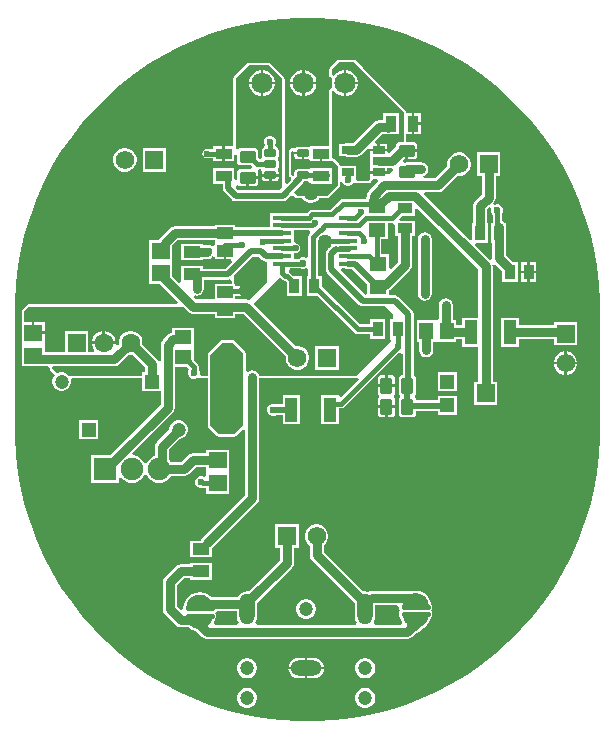
<source format=gbr>
G04*
G04 #@! TF.GenerationSoftware,Altium Limited,Altium Designer,25.4.2 (15)*
G04*
G04 Layer_Physical_Order=1*
G04 Layer_Color=255*
%FSLAX44Y44*%
%MOMM*%
G71*
G04*
G04 #@! TF.SameCoordinates,5F7C4320-E98A-453F-BBD9-352C29D146EE*
G04*
G04*
G04 #@! TF.FilePolarity,Positive*
G04*
G01*
G75*
%ADD13C,0.5080*%
%ADD15C,0.3810*%
%ADD16C,0.2540*%
G04:AMPARAMS|DCode=20|XSize=1.05mm|YSize=1.38mm|CornerRadius=0.1313mm|HoleSize=0mm|Usage=FLASHONLY|Rotation=0.000|XOffset=0mm|YOffset=0mm|HoleType=Round|Shape=RoundedRectangle|*
%AMROUNDEDRECTD20*
21,1,1.0500,1.1175,0,0,0.0*
21,1,0.7875,1.3800,0,0,0.0*
1,1,0.2625,0.3938,-0.5587*
1,1,0.2625,-0.3938,-0.5587*
1,1,0.2625,-0.3938,0.5587*
1,1,0.2625,0.3938,0.5587*
%
%ADD20ROUNDEDRECTD20*%
%ADD21R,1.5000X1.6000*%
%ADD22R,1.2000X1.2000*%
%ADD23R,0.9061X1.3098*%
%ADD24C,0.2540*%
%ADD25R,1.4500X1.1500*%
%ADD26R,1.4500X1.2000*%
%ADD27R,1.1500X1.4500*%
%ADD28R,0.8500X1.3000*%
%ADD29R,1.3000X0.8500*%
%ADD30R,1.5500X1.3500*%
%ADD31R,1.1000X2.0500*%
%ADD32R,1.5562X1.4546*%
%ADD33R,1.3500X1.0000*%
%ADD34R,1.3800X0.9200*%
G04:AMPARAMS|DCode=35|XSize=1.05mm|YSize=1.38mm|CornerRadius=0.1313mm|HoleSize=0mm|Usage=FLASHONLY|Rotation=270.000|XOffset=0mm|YOffset=0mm|HoleType=Round|Shape=RoundedRectangle|*
%AMROUNDEDRECTD35*
21,1,1.0500,1.1175,0,0,270.0*
21,1,0.7875,1.3800,0,0,270.0*
1,1,0.2625,-0.5587,-0.3938*
1,1,0.2625,-0.5587,0.3938*
1,1,0.2625,0.5587,0.3938*
1,1,0.2625,0.5587,-0.3938*
%
%ADD35ROUNDEDRECTD35*%
G04:AMPARAMS|DCode=36|XSize=0.6mm|YSize=1mm|CornerRadius=0.051mm|HoleSize=0mm|Usage=FLASHONLY|Rotation=90.000|XOffset=0mm|YOffset=0mm|HoleType=Round|Shape=RoundedRectangle|*
%AMROUNDEDRECTD36*
21,1,0.6000,0.8980,0,0,90.0*
21,1,0.4980,1.0000,0,0,90.0*
1,1,0.1020,0.4490,0.2490*
1,1,0.1020,0.4490,-0.2490*
1,1,0.1020,-0.4490,-0.2490*
1,1,0.1020,-0.4490,0.2490*
%
%ADD36ROUNDEDRECTD36*%
%ADD37R,1.0000X0.6600*%
%ADD38R,0.9500X1.4000*%
%ADD39R,1.4200X1.0000*%
%ADD44R,1.6000X0.3500*%
%ADD58C,1.9000*%
%ADD59R,1.9000X1.9000*%
%ADD60C,1.2000*%
%ADD71C,0.7620*%
%ADD72C,1.0160*%
%ADD73C,0.4572*%
%ADD74C,1.5750*%
%ADD75R,1.5750X1.5750*%
%ADD76C,1.8034*%
%ADD77R,1.5750X1.5750*%
%ADD78C,1.6000*%
%ADD79R,1.6000X1.6000*%
%ADD80O,2.6160X1.3080*%
%ADD81O,1.3080X2.6160*%
%ADD82C,0.6000*%
%ADD83C,3.4000*%
%ADD84C,1.2700*%
G36*
X24673Y550956D02*
X39549Y549150D01*
X54289Y546448D01*
X68839Y542862D01*
X83145Y538404D01*
X97157Y533090D01*
X110822Y526940D01*
X124090Y519976D01*
X136914Y512224D01*
X149247Y503711D01*
X161043Y494470D01*
X172260Y484533D01*
X182856Y473937D01*
X192793Y462720D01*
X202034Y450924D01*
X210547Y438591D01*
X218300Y425767D01*
X225263Y412499D01*
X231413Y398834D01*
X236727Y384822D01*
X241185Y370515D01*
X244772Y355966D01*
X247473Y341226D01*
X249279Y326350D01*
X250184Y311392D01*
Y303900D01*
X250184Y203900D01*
Y196407D01*
X249279Y181449D01*
X247473Y166573D01*
X244772Y151833D01*
X241185Y137284D01*
X236727Y122977D01*
X231413Y108966D01*
X225263Y95301D01*
X218299Y82032D01*
X210547Y69208D01*
X202034Y56875D01*
X192793Y45080D01*
X182856Y33863D01*
X172260Y23267D01*
X161043Y13330D01*
X149247Y4088D01*
X136915Y-4424D01*
X124090Y-12177D01*
X110822Y-19141D01*
X97157Y-25291D01*
X83145Y-30605D01*
X68839Y-35063D01*
X54289Y-38649D01*
X39549Y-41350D01*
X24673Y-43156D01*
X9715Y-44061D01*
X-5270D01*
X-20228Y-43156D01*
X-35104Y-41350D01*
X-49843Y-38649D01*
X-64393Y-35063D01*
X-78699Y-30605D01*
X-92711Y-25291D01*
X-106376Y-19141D01*
X-119645Y-12177D01*
X-132469Y-4425D01*
X-144802Y4088D01*
X-156597Y13329D01*
X-167814Y23266D01*
X-178410Y33863D01*
X-188347Y45079D01*
X-197589Y56876D01*
X-206101Y69208D01*
X-213854Y82032D01*
X-220818Y95301D01*
X-226968Y108966D01*
X-232282Y122977D01*
X-236740Y137284D01*
X-240326Y151833D01*
X-243027Y166573D01*
X-244833Y181449D01*
X-245738Y196407D01*
Y203900D01*
Y303900D01*
Y311392D01*
X-244833Y326350D01*
X-243027Y341226D01*
X-240326Y355966D01*
X-236740Y370515D01*
X-232282Y384822D01*
X-226968Y398834D01*
X-220818Y412499D01*
X-213854Y425767D01*
X-206101Y438591D01*
X-197589Y450924D01*
X-188347Y462719D01*
X-178410Y473936D01*
X-167814Y484532D01*
X-156597Y494470D01*
X-144801Y503711D01*
X-132469Y512224D01*
X-119644Y519976D01*
X-106376Y526940D01*
X-92711Y533090D01*
X-78700Y538404D01*
X-64393Y542862D01*
X-49843Y546448D01*
X-35104Y549150D01*
X-20228Y550956D01*
X-5270Y551861D01*
X9715D01*
X24673Y550956D01*
D02*
G37*
%LPC*%
G36*
X184Y507365D02*
X-254D01*
Y497332D01*
X9779D01*
Y497770D01*
X9026Y500581D01*
X7571Y503100D01*
X5514Y505157D01*
X2995Y506612D01*
X184Y507365D01*
D02*
G37*
G36*
X-2286D02*
X-2725D01*
X-5535Y506612D01*
X-8054Y505157D01*
X-10112Y503100D01*
X-11566Y500581D01*
X-12319Y497770D01*
Y497332D01*
X-2286D01*
Y507365D01*
D02*
G37*
G36*
X9779Y495300D02*
X-254D01*
Y485267D01*
X184D01*
X2995Y486020D01*
X5514Y487474D01*
X7571Y489532D01*
X9026Y492051D01*
X9779Y494861D01*
Y495300D01*
D02*
G37*
G36*
X-2286D02*
X-12319D01*
Y494861D01*
X-11566Y492051D01*
X-10112Y489532D01*
X-8054Y487474D01*
X-5535Y486020D01*
X-2725Y485267D01*
X-2286D01*
Y495300D01*
D02*
G37*
G36*
X98328Y471058D02*
X92562D01*
Y463042D01*
X98328D01*
Y471058D01*
D02*
G37*
G36*
Y461010D02*
X92562D01*
Y452994D01*
X98328D01*
Y461010D01*
D02*
G37*
G36*
X41656Y516168D02*
X41656Y516168D01*
X28956D01*
X28163Y516010D01*
X27491Y515561D01*
X27491Y515561D01*
X21141Y509211D01*
X20692Y508539D01*
X20534Y507746D01*
X20534Y507746D01*
Y503120D01*
X20561Y502986D01*
X20552Y502850D01*
X20639Y502593D01*
X20692Y502328D01*
X20768Y502214D01*
X20812Y502085D01*
X20990Y501881D01*
X21141Y501656D01*
X21255Y501580D01*
X21345Y501477D01*
X21588Y501357D01*
X21813Y501206D01*
X23273Y499784D01*
X22733Y497770D01*
Y494861D01*
X23273Y492847D01*
X21813Y491425D01*
X21588Y491275D01*
X21345Y491155D01*
X21255Y491052D01*
X21141Y490976D01*
X20990Y490751D01*
X20812Y490547D01*
X20768Y490418D01*
X20692Y490304D01*
X20639Y490038D01*
X20552Y489781D01*
X20561Y489645D01*
X20534Y489511D01*
Y443308D01*
X4784D01*
X4784Y443308D01*
X2752Y442316D01*
X2746Y442318D01*
X-6234D01*
X-7226Y442120D01*
X-8067Y441558D01*
X-8629Y440718D01*
X-10299Y441203D01*
X-10414Y441211D01*
X-10535Y441244D01*
X-10575Y441257D01*
X-10840Y441239D01*
X-11105Y441256D01*
X-11240Y441211D01*
X-11382Y441201D01*
X-11619Y441082D01*
X-11871Y440997D01*
X-12112Y440858D01*
X-12361Y440641D01*
X-12624Y440442D01*
X-13230Y439762D01*
X-13406Y439464D01*
X-13598Y439176D01*
X-13610Y439117D01*
X-13640Y439066D01*
X-13688Y438723D01*
X-13756Y438383D01*
Y418806D01*
X-13690Y418475D01*
X-13646Y418140D01*
X-13612Y418080D01*
X-13598Y418013D01*
X-13410Y417732D01*
X-13241Y417440D01*
X-13187Y417398D01*
X-13149Y417341D01*
X-12868Y417153D01*
X-12600Y416948D01*
X-12172Y416737D01*
X-11840Y414732D01*
X-15355Y411217D01*
X-17232Y411995D01*
Y500126D01*
X-17232Y500126D01*
X-17390Y500919D01*
X-17839Y501591D01*
X-17839Y501591D01*
X-29269Y513021D01*
X-29941Y513470D01*
X-30734Y513628D01*
X-30734Y513628D01*
X-47244D01*
X-47244Y513628D01*
X-48037Y513470D01*
X-48709Y513021D01*
X-60139Y501591D01*
X-60588Y500919D01*
X-60746Y500126D01*
X-60746Y500126D01*
Y478536D01*
Y443308D01*
X-67818D01*
Y436676D01*
Y430044D01*
X-59902D01*
Y435126D01*
X-57870Y436374D01*
X-57512Y436193D01*
Y430148D01*
X-57252Y428843D01*
X-56513Y427737D01*
X-55406Y426998D01*
X-54102Y426738D01*
X-45782D01*
X-44971Y425692D01*
X-45882Y423673D01*
X-54102D01*
X-55406Y423414D01*
X-56513Y422675D01*
X-57252Y421568D01*
X-57512Y420263D01*
Y414219D01*
X-57870Y414037D01*
X-59902Y415285D01*
Y424208D01*
X-77766D01*
Y410944D01*
X-69419D01*
Y407150D01*
X-69065Y405366D01*
X-68054Y403853D01*
X-61970Y397770D01*
X-60458Y396759D01*
X-58674Y396404D01*
X-18914D01*
X-17130Y396759D01*
X-15618Y397770D01*
X-12365Y401023D01*
X-9491Y401023D01*
X-8069Y399601D01*
X-7397Y399152D01*
X-6604Y398994D01*
X-6604Y398994D01*
X-2190D01*
X-1881Y398459D01*
X-321Y396898D01*
X1591Y395795D01*
X3722Y395224D01*
X5929D01*
X8061Y395795D01*
X9973Y396898D01*
X11533Y398459D01*
X11842Y398994D01*
X18796D01*
X18796Y398994D01*
X19589Y399152D01*
X20261Y399601D01*
X20261Y399601D01*
X29151Y408491D01*
X29600Y409163D01*
X29758Y409956D01*
X29758Y409956D01*
Y412354D01*
X31790Y412758D01*
X32310Y411502D01*
X33726Y410087D01*
X35575Y409321D01*
X37577D01*
X39426Y410087D01*
X40719Y411379D01*
X40719Y411380D01*
X41065Y411558D01*
X42370Y411886D01*
X43193Y411869D01*
X43220Y411852D01*
X43300Y411836D01*
X43372Y411796D01*
X43694Y411757D01*
X44012Y411694D01*
X54539D01*
X54857Y411757D01*
X55180Y411796D01*
X55252Y411836D01*
X55332Y411852D01*
X55602Y412032D01*
X55885Y412191D01*
X55936Y412255D01*
X56004Y412301D01*
X56185Y412571D01*
X56385Y412826D01*
X57240Y414504D01*
X57262Y414583D01*
X57308Y414651D01*
X57371Y414969D01*
X57459Y415282D01*
X59456Y415444D01*
X61247D01*
X62088Y413412D01*
X53954Y405278D01*
X52663Y403345D01*
X52209Y401066D01*
Y400048D01*
X51424D01*
Y398409D01*
X32445D01*
X30909Y398103D01*
X29606Y397233D01*
X21547Y389174D01*
X5917D01*
X4381Y388868D01*
X3078Y387998D01*
X1560Y386480D01*
X-19364D01*
X-20531Y386248D01*
X-29396D01*
Y374127D01*
X-58782D01*
Y376228D01*
X-76346D01*
Y375152D01*
X-110384D01*
X-110384Y375152D01*
X-112664Y374699D01*
X-114596Y373408D01*
X-122415Y365589D01*
X-123645Y363749D01*
X-131987D01*
Y345139D01*
Y326623D01*
X-122745D01*
X-107157Y311035D01*
X-107934Y309158D01*
X-233934Y309158D01*
X-234727Y309000D01*
X-235399Y308551D01*
X-235399Y308551D01*
X-238955Y304995D01*
X-238955Y304995D01*
X-239404Y304323D01*
X-239562Y303530D01*
X-239562Y303530D01*
Y293868D01*
X-239906D01*
Y276304D01*
X-239906D01*
Y274368D01*
X-239906D01*
Y256804D01*
X-227800D01*
X-227174Y256679D01*
X-217538D01*
X-216162Y254802D01*
X-216005Y254009D01*
X-215555Y253337D01*
X-211594Y249375D01*
X-212451Y248518D01*
X-213509Y246686D01*
X-214056Y244643D01*
Y242528D01*
X-213509Y240486D01*
X-212451Y238654D01*
X-210956Y237159D01*
X-209124Y236101D01*
X-207082Y235554D01*
X-204967D01*
X-202924Y236101D01*
X-201092Y237159D01*
X-199597Y238654D01*
X-198540Y240486D01*
X-197992Y242528D01*
Y244643D01*
X-198083Y244982D01*
X-196846Y246594D01*
X-137796D01*
Y235554D01*
X-122173D01*
Y223898D01*
X-164893Y181178D01*
X-180736D01*
Y158114D01*
X-157672D01*
Y162208D01*
X-155640Y162752D01*
X-155532Y162565D01*
X-153385Y160418D01*
X-150755Y158900D01*
X-147822Y158114D01*
X-144786D01*
X-141853Y158900D01*
X-139223Y160418D01*
X-137076Y162565D01*
X-135970Y164482D01*
X-135899Y164510D01*
X-133810D01*
X-133739Y164482D01*
X-132632Y162565D01*
X-130485Y160418D01*
X-127855Y158900D01*
X-124922Y158114D01*
X-121886D01*
X-118953Y158900D01*
X-116323Y160418D01*
X-114176Y162565D01*
X-113527Y163689D01*
X-102134D01*
X-99855Y164143D01*
X-97922Y165434D01*
X-92177Y171179D01*
X-83696D01*
Y168450D01*
X-83696Y168354D01*
Y166418D01*
X-83696Y166322D01*
Y164240D01*
X-83965Y163943D01*
X-85728Y163049D01*
X-86883Y163528D01*
X-88885D01*
X-90735Y162762D01*
X-92150Y161346D01*
X-92916Y159497D01*
Y157495D01*
X-92150Y155645D01*
X-90735Y154230D01*
X-88885Y153464D01*
X-86883D01*
X-86479Y153631D01*
X-86432Y153622D01*
X-83696D01*
Y148854D01*
X-64132D01*
Y166322D01*
X-64132Y166418D01*
Y168354D01*
X-64132Y168450D01*
Y185918D01*
X-83696D01*
Y183092D01*
X-94644D01*
X-96924Y182639D01*
X-98856Y181348D01*
X-104601Y175602D01*
X-113527D01*
X-114176Y176727D01*
X-115255Y177806D01*
Y186171D01*
X-106512Y194914D01*
X-105847D01*
X-103804Y195461D01*
X-101972Y196519D01*
X-100477Y198014D01*
X-99419Y199846D01*
X-98872Y201888D01*
Y204003D01*
X-99419Y206046D01*
X-100477Y207878D01*
X-101972Y209373D01*
X-103804Y210430D01*
X-105847Y210978D01*
X-107962D01*
X-110004Y210430D01*
X-111836Y209373D01*
X-113331Y207878D01*
X-114389Y206046D01*
X-114936Y204003D01*
Y203337D01*
X-125423Y192850D01*
X-126715Y190918D01*
X-127168Y188638D01*
Y180576D01*
X-127855Y180392D01*
X-130485Y178874D01*
X-132632Y176727D01*
X-133739Y174810D01*
X-133810Y174782D01*
X-135899D01*
X-135970Y174810D01*
X-137076Y176727D01*
X-139223Y178874D01*
X-141853Y180392D01*
X-144786Y181178D01*
X-145172D01*
X-146013Y183210D01*
X-112004Y217219D01*
X-112004Y217219D01*
X-110713Y219151D01*
X-110260Y221431D01*
Y256264D01*
X-99519D01*
X-97906Y254651D01*
X-98500Y254056D01*
X-99266Y252207D01*
Y250205D01*
X-98500Y248355D01*
X-97085Y246940D01*
X-95235Y246174D01*
X-93233D01*
X-91384Y246940D01*
X-89639Y247201D01*
X-89469Y247087D01*
X-89325Y246943D01*
X-89136Y246865D01*
X-88967Y246752D01*
X-88766Y246712D01*
X-88578Y246634D01*
X-88374D01*
X-88174Y246594D01*
X-82336D01*
Y206756D01*
X-82336Y206756D01*
X-82178Y205963D01*
X-81729Y205291D01*
X-81729Y205291D01*
X-74109Y197671D01*
X-74109Y197671D01*
X-73437Y197222D01*
X-72644Y197064D01*
X-72644Y197064D01*
X-59944D01*
X-59944Y197064D01*
X-59151Y197222D01*
X-58479Y197671D01*
X-52693Y203457D01*
X-50661Y202616D01*
Y147453D01*
X-86901Y111213D01*
X-88192Y109281D01*
X-88280Y108838D01*
X-92690D01*
X-93079Y108915D01*
X-93468Y108838D01*
X-97016D01*
Y105289D01*
X-97093Y104901D01*
X-97016Y104513D01*
Y94774D01*
X-78752D01*
Y102605D01*
X-78477Y102789D01*
X-40492Y140774D01*
X-39201Y142707D01*
X-38748Y144986D01*
Y246594D01*
X42926D01*
X43719Y246752D01*
X44391Y247201D01*
X44391Y247201D01*
X45742Y245728D01*
X30989Y230976D01*
X29112Y231754D01*
Y231992D01*
X14048D01*
Y207428D01*
X29112D01*
Y220859D01*
X30563D01*
X32099Y221164D01*
X33401Y222034D01*
X79131Y267764D01*
X79487D01*
X80614Y268231D01*
X82646Y267185D01*
Y249161D01*
X81533Y248939D01*
X80427Y248200D01*
X79688Y247094D01*
X79428Y245789D01*
Y234614D01*
X79688Y233309D01*
X80427Y232203D01*
Y230420D01*
X79688Y229314D01*
X79428Y228009D01*
Y216834D01*
X79688Y215529D01*
X80427Y214423D01*
X81533Y213683D01*
X82838Y213424D01*
X90713D01*
X92018Y213683D01*
X93124Y214423D01*
X93864Y215529D01*
X94123Y216834D01*
Y218389D01*
X112398D01*
Y215648D01*
X128462D01*
Y231712D01*
X112398D01*
Y227712D01*
X94123D01*
Y228009D01*
X93864Y229314D01*
X93124Y230420D01*
Y232203D01*
X93864Y233309D01*
X94123Y234614D01*
Y245789D01*
X93864Y247094D01*
X93124Y248200D01*
X92018Y248939D01*
X91969Y248949D01*
Y300804D01*
X91615Y302588D01*
X90604Y304100D01*
X79242Y315462D01*
X77730Y316472D01*
X75946Y316827D01*
X71258D01*
Y320953D01*
X72188Y321574D01*
X89048Y338434D01*
X90339Y340366D01*
X90792Y342646D01*
Y367234D01*
X93368D01*
Y379798D01*
X80200D01*
X79422Y381675D01*
X81981Y384234D01*
X93368D01*
Y389917D01*
X95245Y390695D01*
X146973Y338966D01*
Y297778D01*
X133194D01*
Y291452D01*
X128038D01*
Y296048D01*
X125082D01*
Y308356D01*
X124629Y310635D01*
X123338Y312568D01*
X121405Y313859D01*
X119126Y314312D01*
X116847Y313859D01*
X114914Y312568D01*
X113623Y310635D01*
X113169Y308356D01*
Y297832D01*
X112474Y296048D01*
X110538D01*
X110442Y296048D01*
X94974D01*
Y277484D01*
X96659D01*
Y270256D01*
X97113Y267976D01*
X98404Y266044D01*
X100337Y264753D01*
X102616Y264299D01*
X104895Y264753D01*
X106828Y266044D01*
X108119Y267976D01*
X108572Y270256D01*
Y277091D01*
X110538Y277484D01*
X112474D01*
X112570Y277484D01*
X128038D01*
Y279539D01*
X133194D01*
Y273214D01*
X146973D01*
Y243712D01*
X143398D01*
Y223648D01*
X162462D01*
Y243712D01*
X158886D01*
Y341433D01*
X158688Y342433D01*
X160560Y343434D01*
X167287Y336707D01*
Y327969D01*
X180412D01*
Y345131D01*
X175711D01*
X169927Y350914D01*
Y360989D01*
X170533D01*
Y378151D01*
X168658D01*
X168183Y378862D01*
X166993Y379657D01*
Y386173D01*
X167592Y387619D01*
Y389621D01*
X166826Y391470D01*
X165410Y392886D01*
X163561Y393652D01*
X161559D01*
X160792Y393334D01*
X159641Y395057D01*
X159768Y395184D01*
X161059Y397117D01*
X161513Y399396D01*
Y417829D01*
X165463D01*
Y437643D01*
X145649D01*
Y417829D01*
X149600D01*
Y401863D01*
X144237Y396501D01*
X142946Y394568D01*
X142493Y392289D01*
Y378151D01*
X141887D01*
Y363774D01*
X139855Y362932D01*
X100665Y402122D01*
X101443Y403999D01*
X112776D01*
X115055Y404453D01*
X116988Y405744D01*
X129110Y417867D01*
X129252Y417829D01*
X131860D01*
X134380Y418504D01*
X136639Y419808D01*
X138483Y421653D01*
X139788Y423912D01*
X140463Y426432D01*
Y429040D01*
X139788Y431560D01*
X138483Y433819D01*
X136639Y435663D01*
X134380Y436968D01*
X131860Y437643D01*
X129252D01*
X126732Y436968D01*
X124473Y435663D01*
X122628Y433819D01*
X121324Y431560D01*
X120649Y429040D01*
Y426432D01*
X120687Y426290D01*
X110309Y415912D01*
X100567D01*
X100367Y417944D01*
X100666Y418004D01*
X102599Y419295D01*
X103890Y421227D01*
X104343Y423507D01*
X103890Y425786D01*
X102599Y427719D01*
X100666Y429010D01*
X98387Y429463D01*
X86577D01*
X84297Y429010D01*
X84056Y429109D01*
X83398Y431574D01*
X83571Y431798D01*
X85090D01*
Y439146D01*
X86106D01*
Y440162D01*
X95103D01*
Y443083D01*
X94844Y444388D01*
X94105Y445494D01*
X92998Y446234D01*
X91693Y446493D01*
X85638D01*
Y452994D01*
X90530D01*
Y462026D01*
Y471058D01*
X85638D01*
Y472186D01*
X85480Y472979D01*
X85031Y473651D01*
X85031Y473651D01*
X49471Y509211D01*
X49471Y509211D01*
X43121Y515561D01*
X42449Y516010D01*
X41656Y516168D01*
D02*
G37*
G36*
X95103Y438130D02*
X87122D01*
Y431798D01*
X91693D01*
X92998Y432058D01*
X94105Y432797D01*
X94844Y433903D01*
X95103Y435208D01*
Y438130D01*
D02*
G37*
G36*
X-69850Y443308D02*
X-77766D01*
Y440665D01*
X-82779D01*
X-84315Y440359D01*
X-85618Y439489D01*
X-85642Y439464D01*
X-86513Y438162D01*
X-86818Y436626D01*
X-86513Y435090D01*
X-85642Y433787D01*
X-84340Y432917D01*
X-82804Y432612D01*
X-82678Y432637D01*
X-77766D01*
Y430044D01*
X-69850D01*
Y436676D01*
Y443308D01*
D02*
G37*
G36*
X-117547Y441283D02*
X-137361D01*
Y421469D01*
X-117547D01*
Y441283D01*
D02*
G37*
G36*
X-151150D02*
X-153759D01*
X-156278Y440608D01*
X-158537Y439303D01*
X-160382Y437459D01*
X-161686Y435200D01*
X-162361Y432680D01*
Y430071D01*
X-161686Y427552D01*
X-160382Y425293D01*
X-158537Y423448D01*
X-156278Y422144D01*
X-153759Y421469D01*
X-151150D01*
X-148630Y422144D01*
X-146371Y423448D01*
X-144527Y425293D01*
X-143222Y427552D01*
X-142547Y430071D01*
Y432680D01*
X-143222Y435200D01*
X-144527Y437459D01*
X-146371Y439303D01*
X-148630Y440608D01*
X-151150Y441283D01*
D02*
G37*
G36*
X195933Y345131D02*
X190387D01*
Y337566D01*
X195933D01*
Y345131D01*
D02*
G37*
G36*
X188355D02*
X182808D01*
Y337566D01*
X188355D01*
Y345131D01*
D02*
G37*
G36*
X195933Y335534D02*
X190387D01*
Y327969D01*
X195933D01*
Y335534D01*
D02*
G37*
G36*
X188355D02*
X182808D01*
Y327969D01*
X188355D01*
Y335534D01*
D02*
G37*
G36*
X101346Y370192D02*
X99066Y369739D01*
X97134Y368448D01*
X95843Y366515D01*
X95389Y364236D01*
Y318008D01*
X95843Y315728D01*
X97134Y313796D01*
X99066Y312505D01*
X101346Y312051D01*
X103625Y312505D01*
X105558Y313796D01*
X106849Y315728D01*
X107302Y318008D01*
Y364236D01*
X106849Y366515D01*
X105558Y368448D01*
X103625Y369739D01*
X101346Y370192D01*
D02*
G37*
G36*
X181258Y297778D02*
X166194D01*
Y273214D01*
X181258D01*
Y279539D01*
X210819D01*
Y274319D01*
X230633D01*
Y294133D01*
X210819D01*
Y291452D01*
X181258D01*
Y297778D01*
D02*
G37*
G36*
X222030Y269133D02*
X221742D01*
Y260242D01*
X230633D01*
Y260530D01*
X229958Y263050D01*
X228654Y265309D01*
X226809Y267153D01*
X224550Y268458D01*
X222030Y269133D01*
D02*
G37*
G36*
X219710D02*
X219422D01*
X216902Y268458D01*
X214643Y267153D01*
X212798Y265309D01*
X211494Y263050D01*
X210819Y260530D01*
Y260242D01*
X219710D01*
Y269133D01*
D02*
G37*
G36*
X230633Y258210D02*
X221742D01*
Y249319D01*
X222030D01*
X224550Y249994D01*
X226809Y251298D01*
X228654Y253143D01*
X229958Y255402D01*
X230633Y257921D01*
Y258210D01*
D02*
G37*
G36*
X219710D02*
X210819D01*
Y257921D01*
X211494Y255402D01*
X212798Y253143D01*
X214643Y251298D01*
X216902Y249994D01*
X219422Y249319D01*
X219710D01*
Y258210D01*
D02*
G37*
G36*
X72953Y249199D02*
X70032D01*
Y241217D01*
X76363D01*
Y245789D01*
X76104Y247094D01*
X75364Y248200D01*
X74258Y248939D01*
X72953Y249199D01*
D02*
G37*
G36*
X68000D02*
X65078D01*
X63773Y248939D01*
X62667Y248200D01*
X61928Y247094D01*
X61668Y245789D01*
Y241217D01*
X68000D01*
Y249199D01*
D02*
G37*
G36*
X128462Y251712D02*
X112398D01*
Y235648D01*
X128462D01*
Y251712D01*
D02*
G37*
G36*
X-3888Y231992D02*
X-18952D01*
Y224372D01*
X-24775D01*
X-25669Y224742D01*
X-27671D01*
X-29520Y223976D01*
X-30936Y222560D01*
X-31702Y220711D01*
Y218709D01*
X-30936Y216860D01*
X-29520Y215444D01*
X-27671Y214678D01*
X-25669D01*
X-24775Y215048D01*
X-18952D01*
Y207428D01*
X-3888D01*
Y231992D01*
D02*
G37*
G36*
X76363Y239185D02*
X61668D01*
Y234614D01*
X61928Y233309D01*
X62667Y232203D01*
Y230420D01*
X61928Y229314D01*
X61668Y228009D01*
Y223437D01*
X76363D01*
Y228009D01*
X76104Y229314D01*
X75364Y230420D01*
Y232203D01*
X76104Y233309D01*
X76363Y234614D01*
Y239185D01*
D02*
G37*
G36*
Y221405D02*
X70032D01*
Y213424D01*
X72953D01*
X74258Y213683D01*
X75364Y214423D01*
X76104Y215529D01*
X76363Y216834D01*
Y221405D01*
D02*
G37*
G36*
X68000D02*
X61668D01*
Y216834D01*
X61928Y215529D01*
X62667Y214423D01*
X63773Y213683D01*
X65078Y213424D01*
X68000D01*
Y221405D01*
D02*
G37*
G36*
X-175132Y210978D02*
X-191196D01*
Y194914D01*
X-175132D01*
Y210978D01*
D02*
G37*
G36*
X2135Y59516D02*
X-103D01*
X-2265Y58937D01*
X-4203Y57818D01*
X-5786Y56235D01*
X-6905Y54297D01*
X-7484Y52135D01*
Y49897D01*
X-6905Y47735D01*
X-5786Y45797D01*
X-4203Y44214D01*
X-2265Y43095D01*
X-103Y42516D01*
X2135D01*
X4297Y43095D01*
X6235Y44214D01*
X7818Y45797D01*
X8937Y47735D01*
X9516Y49897D01*
Y52135D01*
X8937Y54297D01*
X7818Y56235D01*
X6235Y57818D01*
X4297Y58937D01*
X2135Y59516D01*
D02*
G37*
G36*
X11210Y122683D02*
X8602D01*
X6082Y122008D01*
X3823Y120703D01*
X1978Y118859D01*
X674Y116600D01*
X-1Y114080D01*
Y111472D01*
X674Y108952D01*
X1978Y106693D01*
X3823Y104848D01*
X3949Y104775D01*
Y96526D01*
X4403Y94246D01*
X5694Y92314D01*
X42370Y55638D01*
Y44476D01*
X42665Y42238D01*
X43528Y40153D01*
X43889Y39682D01*
X42887Y37650D01*
X-40855D01*
X-41857Y39682D01*
X-41496Y40153D01*
X-40633Y42238D01*
X-40338Y44476D01*
Y56578D01*
X-10882Y86034D01*
X-9591Y87967D01*
X-9138Y90246D01*
Y102869D01*
X-5187D01*
Y122683D01*
X-25001D01*
Y102869D01*
X-21051D01*
Y92713D01*
X-47727Y66036D01*
X-48984Y66202D01*
X-51222Y65907D01*
X-53307Y65044D01*
X-55097Y63670D01*
X-56472Y61879D01*
X-56594Y61582D01*
X-78344D01*
X-80230Y61936D01*
X-82365Y63575D01*
X-85640Y64931D01*
X-89154Y65394D01*
X-92668Y64931D01*
X-95943Y63575D01*
X-98755Y61417D01*
X-100913Y58605D01*
X-102270Y55330D01*
X-102409Y54270D01*
X-103023Y53352D01*
X-103328Y51816D01*
X-103157Y50954D01*
X-105030Y49953D01*
X-108343Y53267D01*
Y71193D01*
X-102387Y77150D01*
X-97016D01*
Y76074D01*
X-78752D01*
Y90138D01*
X-97016D01*
Y89062D01*
X-104854D01*
X-107133Y88609D01*
X-109066Y87318D01*
X-118512Y77872D01*
X-119803Y75939D01*
X-120257Y73660D01*
Y50800D01*
X-119803Y48521D01*
X-118512Y46588D01*
X-109368Y37444D01*
X-107435Y36153D01*
X-105156Y35699D01*
X-105156Y35699D01*
X-98573D01*
X-98547Y35705D01*
X-95943Y33707D01*
X-94910Y33279D01*
X-94662Y33113D01*
X-94369Y33055D01*
X-92668Y32350D01*
X-91994Y32262D01*
X-87214Y27482D01*
X-87214Y27482D01*
X-85282Y26191D01*
X-83002Y25738D01*
X86304D01*
X88583Y26191D01*
X90516Y27482D01*
X92885Y29851D01*
X93302Y29906D01*
X95032Y30623D01*
X96517Y31763D01*
X98798Y34044D01*
X99048Y34369D01*
X100515Y34977D01*
X103327Y37135D01*
X105485Y39947D01*
X106841Y43222D01*
X106981Y44281D01*
X107594Y45200D01*
X107900Y46736D01*
X107594Y48272D01*
X107542Y48350D01*
X106869Y49911D01*
X107542Y51472D01*
X107594Y51550D01*
X107900Y53086D01*
X107594Y54622D01*
X106981Y55540D01*
X106841Y56600D01*
X105485Y59875D01*
X103327Y62687D01*
X100515Y64845D01*
X97240Y66201D01*
X93726Y66664D01*
X93713Y66662D01*
X56674D01*
X54395Y66209D01*
X53679Y65731D01*
X53254Y65907D01*
X51016Y66202D01*
X48928Y65927D01*
X15862Y98993D01*
Y104775D01*
X15989Y104848D01*
X17833Y106693D01*
X19138Y108952D01*
X19813Y111472D01*
Y114080D01*
X19138Y116600D01*
X17833Y118859D01*
X15989Y120703D01*
X13730Y122008D01*
X11210Y122683D01*
D02*
G37*
G36*
X7556Y9662D02*
X2032D01*
Y2032D01*
X16068D01*
X15907Y3254D01*
X15044Y5339D01*
X13670Y7130D01*
X11879Y8504D01*
X9794Y9367D01*
X7556Y9662D01*
D02*
G37*
G36*
X0D02*
X-5524D01*
X-7762Y9367D01*
X-9847Y8504D01*
X-11638Y7130D01*
X-13012Y5339D01*
X-13875Y3254D01*
X-14036Y2032D01*
X0D01*
Y9662D01*
D02*
G37*
G36*
X52135Y9516D02*
X49897D01*
X47735Y8937D01*
X45797Y7818D01*
X44214Y6235D01*
X43095Y4297D01*
X42516Y2135D01*
Y-103D01*
X43095Y-2265D01*
X44214Y-4203D01*
X45797Y-5786D01*
X47735Y-6905D01*
X49897Y-7484D01*
X52135D01*
X54297Y-6905D01*
X56235Y-5786D01*
X57818Y-4203D01*
X58937Y-2265D01*
X59516Y-103D01*
Y2135D01*
X58937Y4297D01*
X57818Y6235D01*
X56235Y7818D01*
X54297Y8937D01*
X52135Y9516D01*
D02*
G37*
G36*
X-47865D02*
X-50103D01*
X-52265Y8937D01*
X-54203Y7818D01*
X-55786Y6235D01*
X-56905Y4297D01*
X-57484Y2135D01*
Y-103D01*
X-56905Y-2265D01*
X-55786Y-4203D01*
X-54203Y-5786D01*
X-52265Y-6905D01*
X-50103Y-7484D01*
X-47865D01*
X-45703Y-6905D01*
X-43765Y-5786D01*
X-42182Y-4203D01*
X-41063Y-2265D01*
X-40484Y-103D01*
Y2135D01*
X-41063Y4297D01*
X-42182Y6235D01*
X-43765Y7818D01*
X-45703Y8937D01*
X-47865Y9516D01*
D02*
G37*
G36*
X16068Y0D02*
X2032D01*
Y-7630D01*
X7556D01*
X9794Y-7335D01*
X11879Y-6472D01*
X13670Y-5098D01*
X15044Y-3307D01*
X15907Y-1222D01*
X16068Y0D01*
D02*
G37*
G36*
X0D02*
X-14036D01*
X-13875Y-1222D01*
X-13012Y-3307D01*
X-11638Y-5098D01*
X-9847Y-6472D01*
X-7762Y-7335D01*
X-5524Y-7630D01*
X0D01*
Y0D01*
D02*
G37*
G36*
X52135Y-15484D02*
X49897D01*
X47735Y-16063D01*
X45797Y-17183D01*
X44214Y-18765D01*
X43095Y-20703D01*
X42516Y-22865D01*
Y-25103D01*
X43095Y-27265D01*
X44214Y-29203D01*
X45797Y-30786D01*
X47735Y-31905D01*
X49897Y-32484D01*
X52135D01*
X54297Y-31905D01*
X56235Y-30786D01*
X57818Y-29203D01*
X58937Y-27265D01*
X59516Y-25103D01*
Y-22865D01*
X58937Y-20703D01*
X57818Y-18765D01*
X56235Y-17183D01*
X54297Y-16063D01*
X52135Y-15484D01*
D02*
G37*
G36*
X-47865D02*
X-50103D01*
X-52265Y-16063D01*
X-54203Y-17183D01*
X-55786Y-18765D01*
X-56905Y-20703D01*
X-57484Y-22865D01*
Y-25103D01*
X-56905Y-27265D01*
X-55786Y-29203D01*
X-54203Y-30786D01*
X-52265Y-31905D01*
X-50103Y-32484D01*
X-47865D01*
X-45703Y-31905D01*
X-43765Y-30786D01*
X-42182Y-29203D01*
X-41063Y-27265D01*
X-40484Y-25103D01*
Y-22865D01*
X-41063Y-20703D01*
X-42182Y-18765D01*
X-43765Y-17183D01*
X-45703Y-16063D01*
X-47865Y-15484D01*
D02*
G37*
%LPD*%
G36*
X48006Y507746D02*
X83566Y472186D01*
X83566Y446493D01*
X80518D01*
X79214Y446234D01*
X78107Y445494D01*
X77368Y444388D01*
X77108Y443083D01*
Y442772D01*
X71490Y437154D01*
X69458Y437995D01*
Y438760D01*
X62426D01*
X55394D01*
Y434444D01*
Y424944D01*
Y421792D01*
X62426D01*
X69458D01*
Y424319D01*
X72136D01*
X73796Y424650D01*
X74797Y422777D01*
X71335Y419315D01*
X70262Y419760D01*
X62426D01*
X55394D01*
Y415444D01*
X54539Y413766D01*
X44012D01*
X43158Y415444D01*
Y426108D01*
X31743D01*
X29758Y426466D01*
X29600Y427259D01*
X29151Y427931D01*
X25145Y431936D01*
X24473Y432385D01*
X23680Y432543D01*
X22648Y434151D01*
Y443308D01*
X22606D01*
Y489511D01*
X24638Y490056D01*
X24941Y489532D01*
X26998Y487474D01*
X29517Y486020D01*
X32327Y485267D01*
X32766D01*
Y496316D01*
Y507365D01*
X32327D01*
X29517Y506612D01*
X26998Y505157D01*
X24941Y503100D01*
X24638Y502576D01*
X22606Y503120D01*
Y507746D01*
X28956Y514096D01*
X41656D01*
X48006Y507746D01*
D02*
G37*
G36*
X-19304Y500126D02*
Y408686D01*
X-22262Y405727D01*
X-56743D01*
X-58674Y407658D01*
Y409554D01*
X-56642Y410171D01*
X-56513Y409977D01*
X-55406Y409238D01*
X-54102Y408978D01*
X-49530D01*
Y416326D01*
X-48514D01*
Y417342D01*
X-39517D01*
Y420263D01*
X-39759Y421482D01*
X-38620Y423217D01*
X-37384Y423217D01*
X-36172Y421502D01*
X-36326Y420726D01*
Y419252D01*
X-29244D01*
X-22162D01*
Y420726D01*
X-22360Y421718D01*
X-22921Y422559D01*
Y423413D01*
X-22360Y424254D01*
X-22162Y425246D01*
Y430226D01*
X-22360Y431218D01*
X-22780Y432486D01*
X-22360Y433754D01*
X-22162Y434746D01*
Y439726D01*
X-22360Y440718D01*
X-22921Y441558D01*
X-23762Y442120D01*
X-24243Y442216D01*
X-24312Y442340D01*
X-24956Y443820D01*
X-25027Y444350D01*
X-24432Y445785D01*
Y447787D01*
X-25198Y449636D01*
X-26614Y451052D01*
X-28463Y451818D01*
X-30465D01*
X-32315Y451052D01*
X-33730Y449636D01*
X-34496Y447787D01*
Y445785D01*
X-33877Y444290D01*
X-33873Y444231D01*
X-34396Y442721D01*
X-34726Y442120D01*
X-35567Y441558D01*
X-36129Y440718D01*
X-36326Y439726D01*
Y434746D01*
X-36150Y433860D01*
X-37300Y432127D01*
X-37615Y432099D01*
X-39517Y433854D01*
Y438023D01*
X-39776Y439328D01*
X-40515Y440435D01*
X-41622Y441174D01*
X-42927Y441433D01*
X-54102D01*
X-55406Y441174D01*
X-56513Y440435D01*
X-56642Y440241D01*
X-58674Y440858D01*
Y478536D01*
Y500126D01*
X-47244Y511556D01*
X-30734D01*
X-19304Y500126D01*
D02*
G37*
G36*
X-9174Y438252D02*
X-1744D01*
Y437236D01*
X-728D01*
Y432154D01*
X2746D01*
X2752Y432155D01*
X4631Y430895D01*
X4784Y430645D01*
Y430044D01*
X12700D01*
Y436676D01*
X14732D01*
Y430044D01*
X22648D01*
Y430044D01*
X23680Y430471D01*
X27686Y426466D01*
X27686Y409956D01*
X18796Y401066D01*
X-6604D01*
X-9463Y403925D01*
X-1543Y411845D01*
X-668Y413154D01*
X2746D01*
X2752Y413155D01*
X4631Y411895D01*
X4784Y411645D01*
Y410944D01*
X22648D01*
Y417981D01*
X22810Y418796D01*
X22648Y419611D01*
Y424208D01*
X4784D01*
Y424208D01*
X2752Y423316D01*
X2746Y423318D01*
X-6234D01*
X-7226Y423120D01*
X-8067Y422559D01*
X-8629Y421718D01*
X-8826Y420726D01*
Y418440D01*
X-9652Y417805D01*
X-11684Y418806D01*
Y438383D01*
X-11078Y439063D01*
X-10836Y439202D01*
X-9174Y438252D01*
D02*
G37*
G36*
X-76346Y361228D02*
X-76346Y361228D01*
X-76346Y361228D01*
Y358878D01*
X-78378Y358036D01*
X-78684Y358342D01*
X-80533Y359108D01*
X-82360D01*
X-82936Y359222D01*
X-86372D01*
Y360298D01*
X-104636D01*
Y346234D01*
X-86372D01*
Y347310D01*
X-82936D01*
X-80657Y347763D01*
X-78725Y349054D01*
X-78378Y349573D01*
X-76346Y348956D01*
Y347164D01*
X-68580D01*
Y354196D01*
X-66548D01*
Y347164D01*
X-62145D01*
X-61367Y345286D01*
X-67426Y339228D01*
X-86372D01*
Y341598D01*
X-104636D01*
Y328235D01*
X-106569Y327295D01*
X-112361Y333087D01*
Y345139D01*
Y357332D01*
X-112247Y357907D01*
Y358910D01*
X-107917Y363240D01*
X-76395D01*
X-76346Y361228D01*
D02*
G37*
G36*
X4703Y369920D02*
X3990Y369206D01*
X3119Y367904D01*
X2814Y366368D01*
Y349568D01*
X2347Y349132D01*
X782Y348407D01*
X-523Y348948D01*
X-2525D01*
X-4374Y348182D01*
X-4921Y347635D01*
X-9332D01*
Y352527D01*
X-7949D01*
X-6413Y352832D01*
X-5111Y353702D01*
X-5036Y353777D01*
X-4166Y355080D01*
X-3860Y356616D01*
X-4166Y358152D01*
X-5036Y359454D01*
X-6338Y360324D01*
X-7874Y360630D01*
X-9332Y362090D01*
Y371952D01*
X3862D01*
X4703Y369920D01*
D02*
G37*
G36*
X157846Y390388D02*
X157528Y389621D01*
Y387619D01*
X158294Y385770D01*
X158965Y385099D01*
Y378151D01*
X157409D01*
Y360989D01*
X158014D01*
Y348447D01*
X158213Y347448D01*
X156341Y346447D01*
X143830Y358957D01*
X144672Y360989D01*
X155012D01*
Y378151D01*
X154406D01*
Y389822D01*
X156123Y391539D01*
X157846Y390388D01*
D02*
G37*
G36*
X76304Y376526D02*
Y367234D01*
X78879D01*
Y345113D01*
X73135Y339369D01*
X71258Y340146D01*
Y351628D01*
X64720D01*
Y363984D01*
X69988D01*
Y378065D01*
X74149D01*
X74272Y378089D01*
X76304Y376526D01*
D02*
G37*
G36*
X34852Y339159D02*
X36636Y338804D01*
X40175D01*
X52694Y326285D01*
Y318143D01*
X50662Y317372D01*
X30228Y337806D01*
X31005Y339684D01*
X34067D01*
X34852Y339159D01*
D02*
G37*
G36*
X-62856Y329598D02*
X-62016Y328948D01*
Y326578D01*
X-76346D01*
Y313162D01*
X-92437D01*
X-94038Y314764D01*
X-93037Y316637D01*
X-91694Y316369D01*
X-89415Y316823D01*
X-87482Y318114D01*
X-86191Y320046D01*
X-85738Y322326D01*
Y329905D01*
X-65495D01*
X-64048Y330192D01*
X-64007Y330200D01*
X-62856Y329598D01*
D02*
G37*
G36*
X-36270Y346669D02*
X-34758Y345659D01*
X-34462Y345600D01*
X-32974Y345304D01*
X-32004D01*
Y327406D01*
X-47059Y312351D01*
X-47595Y312709D01*
X-49874Y313162D01*
X-58782D01*
Y316436D01*
X-50390D01*
X-48854Y316742D01*
X-47551Y317612D01*
X-46647Y318516D01*
X-45777Y319818D01*
X-45472Y321354D01*
X-45777Y322890D01*
X-46647Y324193D01*
X-47950Y325063D01*
X-49486Y325368D01*
X-51022Y325063D01*
X-51918Y324464D01*
X-58782D01*
Y326578D01*
X-59944D01*
Y333524D01*
X-44473Y348996D01*
X-38596D01*
X-36270Y346669D01*
D02*
G37*
G36*
X12638Y362367D02*
X13142Y361898D01*
X13406Y360570D01*
X14277Y359268D01*
X15579Y358398D01*
X17115Y358092D01*
X18651Y358398D01*
X19137Y358149D01*
X19527Y355665D01*
X19044Y355182D01*
X18033Y353669D01*
X17678Y351885D01*
Y339102D01*
X18033Y337318D01*
X19044Y335806D01*
X45980Y308870D01*
X47492Y307859D01*
X49276Y307504D01*
X67908D01*
X74676Y300736D01*
Y296568D01*
X72204D01*
Y279504D01*
X72204D01*
X72661Y278401D01*
X42926Y248666D01*
X-39000D01*
X-39201Y249675D01*
X-40492Y251608D01*
X-42425Y252899D01*
X-44704Y253352D01*
X-46983Y252899D01*
X-48220Y252073D01*
X-50252Y252987D01*
Y267716D01*
X-50410Y268509D01*
X-50859Y269181D01*
X-50859Y269181D01*
X-59749Y278071D01*
X-59749Y278071D01*
X-60421Y278520D01*
X-61214Y278678D01*
X-61214Y278678D01*
X-70104Y278678D01*
X-70104Y278678D01*
X-70897Y278520D01*
X-71569Y278071D01*
X-71569Y278071D01*
X-81729Y267911D01*
X-82178Y267239D01*
X-82336Y266446D01*
X-82336Y266446D01*
Y248666D01*
X-88174D01*
X-89202Y250205D01*
Y252207D01*
X-89788Y253622D01*
Y256224D01*
X-90094Y257761D01*
X-90964Y259063D01*
X-93842Y261941D01*
Y271828D01*
X-93842D01*
Y273764D01*
X-93842D01*
X-93842Y273860D01*
Y289328D01*
X-112406D01*
Y285354D01*
X-113640Y285109D01*
X-115572Y283817D01*
X-120428Y278962D01*
X-121719Y277029D01*
X-122173Y274750D01*
Y261031D01*
X-124205Y260831D01*
X-124261Y261115D01*
X-125552Y263048D01*
X-137563Y275058D01*
X-137502Y275285D01*
Y277927D01*
X-138186Y280478D01*
X-139506Y282766D01*
X-141374Y284633D01*
X-143662Y285954D01*
X-146213Y286638D01*
X-148855D01*
X-151406Y285954D01*
X-153694Y284633D01*
X-155562Y282766D01*
X-156882Y280478D01*
X-157566Y277927D01*
Y275534D01*
X-158440Y274765D01*
X-159231Y274968D01*
X-160104Y275590D01*
X-170434D01*
X-180466D01*
Y275285D01*
X-179782Y272734D01*
X-178565Y270624D01*
X-178926Y269326D01*
X-179230Y268592D01*
X-183302D01*
Y286638D01*
X-203366D01*
Y268592D01*
X-220342D01*
Y274272D01*
X-220342Y274368D01*
X-220342D01*
Y276304D01*
X-220342D01*
Y284070D01*
X-230124D01*
Y285086D01*
X-231140D01*
Y293868D01*
X-237490D01*
Y303530D01*
X-233934Y307086D01*
X-233934D01*
X-233934Y307086D01*
X-233934Y307086D01*
X-103208Y307086D01*
X-99116Y302994D01*
X-97183Y301703D01*
X-94904Y301249D01*
X-76346D01*
Y297514D01*
X-58782D01*
Y301249D01*
X-52341D01*
X-16273Y265181D01*
X-16311Y265040D01*
Y262431D01*
X-15636Y259912D01*
X-14332Y257653D01*
X-12487Y255808D01*
X-10228Y254504D01*
X-7708Y253829D01*
X-5100D01*
X-2580Y254504D01*
X-321Y255808D01*
X1524Y257653D01*
X2828Y259912D01*
X3503Y262431D01*
Y265040D01*
X2828Y267560D01*
X1524Y269819D01*
X-321Y271663D01*
X-2580Y272967D01*
X-5100Y273643D01*
X-7708D01*
X-7849Y273605D01*
X-43652Y309408D01*
X-21205Y331855D01*
X-19508Y330158D01*
X-18206Y329288D01*
X-16692Y328987D01*
X-15426Y327721D01*
Y316334D01*
X-2862D01*
Y333398D01*
X-9749D01*
X-12186Y335835D01*
X-13489Y336705D01*
X-13717Y337465D01*
X-13674Y337757D01*
X-13024Y338926D01*
X-12297Y339607D01*
X-4270D01*
X-2525Y338884D01*
X-523D01*
X782Y339424D01*
X2347Y338699D01*
X2814Y338264D01*
Y333398D01*
X1574D01*
Y316334D01*
X10711D01*
X41847Y285197D01*
X43149Y284327D01*
X44686Y284022D01*
X55204D01*
Y279504D01*
X67768D01*
Y296568D01*
X55204D01*
Y292050D01*
X46348D01*
X14138Y324261D01*
Y333398D01*
X10842D01*
Y362931D01*
X11238Y363155D01*
X12638Y362367D01*
D02*
G37*
G36*
X-148855Y266574D02*
X-146213D01*
X-145986Y266635D01*
X-135721Y256369D01*
Y251618D01*
X-137796D01*
Y248666D01*
X-199745D01*
X-201092Y250013D01*
X-202924Y251070D01*
X-204967Y251618D01*
X-207082D01*
X-209124Y251070D01*
X-209907Y250618D01*
X-214090Y254802D01*
X-213313Y256679D01*
X-161504D01*
X-159225Y257133D01*
X-157292Y258424D01*
X-149081Y266635D01*
X-148855Y266574D01*
D02*
G37*
G36*
X-52324Y267716D02*
X-52324Y206756D01*
X-59944Y199136D01*
X-72644D01*
X-80264Y206756D01*
Y266446D01*
X-70104Y276606D01*
X-61214Y276606D01*
X-52324Y267716D01*
D02*
G37*
%LPC*%
G36*
X35236Y507365D02*
X34798D01*
Y497332D01*
X44831D01*
Y497770D01*
X44078Y500581D01*
X42623Y503100D01*
X40566Y505157D01*
X38047Y506612D01*
X35236Y507365D01*
D02*
G37*
G36*
X44831Y495300D02*
X34798D01*
Y485267D01*
X35236D01*
X38047Y486020D01*
X40566Y487474D01*
X42623Y489532D01*
X44078Y492051D01*
X44831Y494861D01*
Y495300D01*
D02*
G37*
G36*
X69458Y445108D02*
X63442D01*
Y440792D01*
X69458D01*
Y445108D01*
D02*
G37*
G36*
X79828Y471058D02*
X66264D01*
Y464792D01*
X62596D01*
X60316Y464339D01*
X58384Y463048D01*
X41069Y445732D01*
X36126D01*
X33846Y445279D01*
X33591Y445108D01*
X29094D01*
Y434444D01*
X33591D01*
X33846Y434273D01*
X36126Y433819D01*
X43536D01*
X45815Y434273D01*
X47748Y435564D01*
X53517Y441333D01*
X54823Y440792D01*
X61410D01*
Y445108D01*
X59947D01*
X59169Y446985D01*
X65063Y452879D01*
X72106D01*
X72681Y452994D01*
X79828D01*
Y471058D01*
D02*
G37*
G36*
X-34867Y507365D02*
X-35306D01*
Y497332D01*
X-25273D01*
Y497770D01*
X-26026Y500581D01*
X-27481Y503100D01*
X-29538Y505157D01*
X-32057Y506612D01*
X-34867Y507365D01*
D02*
G37*
G36*
X-37338D02*
X-37777D01*
X-40587Y506612D01*
X-43106Y505157D01*
X-45163Y503100D01*
X-46618Y500581D01*
X-47371Y497770D01*
Y497332D01*
X-37338D01*
Y507365D01*
D02*
G37*
G36*
X-25273Y495300D02*
X-35306D01*
Y485267D01*
X-34867D01*
X-32057Y486020D01*
X-29538Y487474D01*
X-27481Y489532D01*
X-26026Y492051D01*
X-25273Y494861D01*
Y495300D01*
D02*
G37*
G36*
X-37338D02*
X-47371D01*
Y494861D01*
X-46618Y492051D01*
X-45163Y489532D01*
X-43106Y487474D01*
X-40587Y486020D01*
X-37777Y485267D01*
X-37338D01*
Y495300D01*
D02*
G37*
G36*
X-22162Y417220D02*
X-28228D01*
Y413154D01*
X-24754D01*
X-23762Y413351D01*
X-22921Y413913D01*
X-22360Y414754D01*
X-22162Y415746D01*
Y417220D01*
D02*
G37*
G36*
X-30260D02*
X-36326D01*
Y415746D01*
X-36129Y414754D01*
X-35567Y413913D01*
X-34726Y413351D01*
X-33734Y413154D01*
X-30260D01*
Y417220D01*
D02*
G37*
G36*
X-39517Y415310D02*
X-47498D01*
Y408978D01*
X-42927D01*
X-41622Y409238D01*
X-40515Y409977D01*
X-39776Y411083D01*
X-39517Y412388D01*
Y415310D01*
D02*
G37*
G36*
X-2760Y436220D02*
X-8826D01*
Y434746D01*
X-8629Y433754D01*
X-8067Y432913D01*
X-7226Y432351D01*
X-6234Y432154D01*
X-2760D01*
Y436220D01*
D02*
G37*
G36*
X-40894Y345390D02*
X-42430Y345084D01*
X-43733Y344214D01*
X-44367Y343579D01*
X-45238Y342277D01*
X-45543Y340741D01*
X-45238Y339205D01*
X-44367Y337902D01*
X-43065Y337032D01*
X-41529Y336727D01*
X-39993Y337032D01*
X-38691Y337902D01*
X-38056Y338537D01*
X-37185Y339840D01*
X-36880Y341376D01*
X-37185Y342912D01*
X-38056Y344214D01*
X-39358Y345084D01*
X-40894Y345390D01*
D02*
G37*
G36*
X-220342Y293868D02*
X-229108D01*
Y286102D01*
X-220342D01*
Y293868D01*
D02*
G37*
G36*
X-169113Y286638D02*
X-169418D01*
Y277622D01*
X-160402D01*
Y277927D01*
X-161086Y280478D01*
X-162407Y282766D01*
X-164274Y284633D01*
X-166562Y285954D01*
X-169113Y286638D01*
D02*
G37*
G36*
X-171450D02*
X-171755D01*
X-174306Y285954D01*
X-176594Y284633D01*
X-178462Y282766D01*
X-179782Y280478D01*
X-180466Y277927D01*
Y277622D01*
X-171450D01*
Y286638D01*
D02*
G37*
G36*
X28503Y273643D02*
X8689D01*
Y253829D01*
X28503D01*
Y273643D01*
D02*
G37*
%LPD*%
G36*
X102616Y58166D02*
Y56896D01*
X103886Y55626D01*
Y53086D01*
X83566D01*
Y56896D01*
X88646Y61976D01*
X91186D01*
X92456Y63246D01*
X97536D01*
X102616Y58166D01*
D02*
G37*
G36*
X-80264Y56896D02*
Y55626D01*
X-78994Y54356D01*
Y51816D01*
X-99314D01*
Y55626D01*
X-94234Y60706D01*
X-91694D01*
X-90424Y61976D01*
X-85344D01*
X-80264Y56896D01*
D02*
G37*
G36*
X79552Y53086D02*
X79857Y51550D01*
X79910Y51472D01*
X80582Y49911D01*
X79910Y48350D01*
X79857Y48272D01*
X79552Y46736D01*
X79857Y45200D01*
X80471Y44281D01*
X80610Y43222D01*
X81967Y39947D01*
X82331Y39473D01*
X81432Y37650D01*
X59145D01*
X58142Y39682D01*
X58503Y40153D01*
X59367Y42238D01*
X59662Y44476D01*
Y54749D01*
X77811D01*
X79552Y53086D01*
D02*
G37*
G36*
X-57630Y44476D02*
X-57335Y42238D01*
X-56472Y40153D01*
X-56111Y39682D01*
X-57112Y37650D01*
X-75767D01*
X-76979Y39682D01*
X-76039Y41951D01*
X-75899Y43011D01*
X-75286Y43930D01*
X-74980Y45466D01*
X-75286Y47002D01*
X-75717Y47647D01*
X-74827Y49651D01*
X-74810Y49669D01*
X-57630D01*
Y44476D01*
D02*
G37*
G36*
X103886Y42926D02*
X98806Y37846D01*
X96266D01*
X94996Y36576D01*
X89916D01*
X84836Y41656D01*
Y42926D01*
X83566Y44196D01*
Y46736D01*
X103886D01*
Y42926D01*
D02*
G37*
G36*
X-78994Y41656D02*
X-84074Y36576D01*
X-86614D01*
X-87884Y35306D01*
X-92964D01*
X-98044Y40386D01*
Y41656D01*
X-99314Y42926D01*
Y45466D01*
X-78994D01*
Y41656D01*
D02*
G37*
D13*
X119801Y223051D02*
X120430Y223680D01*
X87405Y223051D02*
X119801D01*
X86776Y222421D02*
X87405Y223051D01*
X86776Y222421D02*
Y240201D01*
X85506D02*
X87308Y242004D01*
Y300804D01*
X-26670Y219710D02*
X-11420D01*
X-98573Y41656D02*
X-98396D01*
X-89154D01*
X-87884D01*
X57266Y327056D02*
Y328306D01*
Y327056D02*
X60726Y323596D01*
X63226D01*
X36636Y343466D02*
X42106D01*
X57266Y328306D01*
X75946Y312166D02*
X87308Y300804D01*
X49276Y312166D02*
X75946D01*
X22340Y339102D02*
X49276Y312166D01*
X22340Y351885D02*
X26742Y356288D01*
X22340Y339102D02*
Y351885D01*
X-74914Y177136D02*
X-73914D01*
X-123404Y169646D02*
X-121212Y171838D01*
X-64758Y407150D02*
Y414881D01*
X-58674Y401066D02*
X-18914D01*
X-64758Y407150D02*
X-58674Y401066D01*
X-67294Y369466D02*
X-19364D01*
X-48984Y51016D02*
Y51930D01*
X-52679Y55626D02*
X-48984Y51930D01*
X-95504Y334566D02*
X-65495D01*
X-45985Y354076D01*
X-32974Y349966D02*
X-19364D01*
X-37084Y354076D02*
X-32974Y349966D01*
X-45985Y354076D02*
X-37084D01*
X-18914Y401066D02*
X-4839Y415141D01*
D15*
X21580Y221278D02*
X25175Y224873D01*
X30563D02*
X78486Y272796D01*
X25175Y224873D02*
X30563D01*
X21580Y219710D02*
Y221278D01*
X83566Y46736D02*
X86106D01*
X83566D02*
X86106D01*
X83566D02*
X86106D01*
X83566D02*
X86106D01*
X-99314Y45466D02*
X-96774D01*
X-99314D02*
X-96774D01*
X-99314D02*
X-96774D01*
X-99314D02*
X-96774D01*
X86106Y46736D02*
X103886D01*
X-96774Y45466D02*
X-78994D01*
X162979Y375642D02*
X163971Y374650D01*
X162979Y375642D02*
Y388201D01*
X162560Y388620D02*
X162979Y388201D01*
X8297Y378223D02*
X8890D01*
X6040Y375966D02*
X8297Y378223D01*
X-19364Y375966D02*
X6040D01*
X12854Y372394D02*
X13676D01*
X7239Y325482D02*
X44686Y288036D01*
X6828Y366368D02*
X12854Y372394D01*
X58147Y394394D02*
X60686Y391856D01*
X5917Y385160D02*
X23210D01*
X3223Y382466D02*
X5917Y385160D01*
X-19364Y382466D02*
X3223D01*
X147179Y375920D02*
X148449Y374650D01*
X72136Y430276D02*
X72555Y430695D01*
X73455D01*
X36351Y414578D02*
Y420551D01*
Y414578D02*
X36576Y414353D01*
X6828Y325893D02*
X7856Y324866D01*
X6828Y325893D02*
Y366368D01*
X17115Y362107D02*
X17819Y362811D01*
X30541D01*
X30696Y362966D01*
X13676Y372394D02*
X17248Y375966D01*
X30696Y362966D02*
X36636D01*
X-230124Y265586D02*
X-227174Y262636D01*
X-94234Y251206D02*
Y251798D01*
X-101624Y264046D02*
X-93802Y256224D01*
X-94234Y251798D02*
X-93802Y252230D01*
Y256224D01*
X-82936Y353266D02*
X-82127Y354076D01*
X-81534D01*
X-35814Y361894D02*
X-35222D01*
X-34149Y362966D01*
X-19364D01*
X-95504Y334566D02*
X-94789D01*
X-91694Y331471D01*
X-124714Y336508D02*
X-124206D01*
X-50390Y320450D02*
X-49486Y321354D01*
X-67564Y319546D02*
X-66660Y320450D01*
X-50390D01*
X17248Y375966D02*
X36636D01*
X45838D01*
X51951Y382079D01*
X32445Y394394D02*
X58147D01*
X23210Y385160D02*
X32445Y394394D01*
X51951Y382079D02*
X74149D01*
X72106Y458836D02*
X73046Y459776D01*
X70201Y456931D02*
X72106Y458836D01*
X73046Y459776D02*
Y462026D01*
X98387Y423507D02*
X98806Y423926D01*
X83176Y420106D02*
X86577Y423507D01*
X189230Y336231D02*
X189387Y336074D01*
X86106Y46736D02*
X103886D01*
X83566Y53086D02*
X101346D01*
X83566D02*
X101346D01*
X103886D01*
X101346D02*
X103886D01*
X83566D02*
X103886D01*
X101346D02*
X103886D01*
X83566D02*
X101346D01*
X-96774Y45466D02*
X-78994D01*
X-99314Y51816D02*
X-81534D01*
X-99314D02*
X-81534D01*
X-78994D01*
X-81534D02*
X-78994D01*
X-81534D02*
X-78994D01*
X-99314D02*
X-78994D01*
X-99314D02*
X-81534D01*
X-68859Y436651D02*
X-68834Y436676D01*
X-82779Y436651D02*
X-68859D01*
X-82804Y436626D02*
X-82779Y436651D01*
X93726Y39116D02*
X98177D01*
X36126Y420776D02*
X36351Y420551D01*
X81916Y439156D02*
X83566D01*
X-29354Y437346D02*
X-29244Y437236D01*
X-29354Y437346D02*
Y446676D01*
X-29464Y446786D02*
X-29354Y446676D01*
X60706Y372016D02*
X61976Y373286D01*
X-89984Y101806D02*
X-87884D01*
X-93079Y104901D02*
X-89984Y101806D01*
X82586Y390516D02*
X84836D01*
X74149Y382079D02*
X82586Y390516D01*
X-103124Y264046D02*
X-101624D01*
X-82689Y104901D02*
Y107001D01*
X-85784Y101806D02*
X-82689Y104901D01*
X-87884Y101806D02*
X-85784D01*
X36636Y369466D02*
X36791Y369311D01*
X45609D01*
X49249Y365671D01*
Y363122D02*
Y365671D01*
Y363122D02*
X49668Y362703D01*
X-13424Y343466D02*
X-13269Y343621D01*
X-1819D02*
X-1524Y343916D01*
X-13269Y343621D02*
X-1819D01*
X-19439Y356541D02*
X-19364Y356466D01*
X-67564Y359156D02*
X-67504Y359096D01*
X-53654D01*
X-53594Y359036D01*
X-19364Y356466D02*
X-19289Y356541D01*
X-7949D01*
X-7874Y356616D01*
X52324Y56356D02*
X56674Y60706D01*
X51016Y56356D02*
X52324D01*
X51016Y51016D02*
Y56356D01*
X-1464Y418516D02*
X18516D01*
X18796Y418796D01*
X-1744Y418236D02*
X-1464Y418516D01*
X-4839Y415141D02*
Y417141D01*
X-3744Y418236D01*
X-1744D01*
X-48514Y434086D02*
X-46864D01*
X-40514Y427736D01*
X-29244D01*
X-106919Y202931D02*
X-105580Y204270D01*
X-9144Y324866D02*
Y327116D01*
X-15025Y332997D02*
X-9144Y327116D01*
X-16670Y332997D02*
X-15025D01*
X-19364Y335691D02*
X-16670Y332997D01*
X-19364Y335691D02*
Y343466D01*
X-13424D01*
X60706Y344866D02*
X61976Y343596D01*
X60706Y344866D02*
Y372016D01*
X60726Y343596D02*
X61976D01*
X54356Y349966D02*
X60726Y343596D01*
X36636Y349966D02*
X54356D01*
X101441Y285451D02*
X102756Y286766D01*
X219456Y285496D02*
X220726Y284226D01*
X120256Y286766D02*
X121526Y285496D01*
X36636Y382466D02*
X42576D01*
X78486Y272796D02*
Y288036D01*
X91366Y462206D02*
X91546Y462026D01*
X-86432Y157636D02*
X-73914D01*
X-87291Y158496D02*
X-86432Y157636D01*
X-87884Y158496D02*
X-87291D01*
X-41529Y340741D02*
X-40894Y341376D01*
X42576Y382466D02*
X47568Y387458D01*
X44686Y288036D02*
X61486D01*
X-67453Y417576D02*
X-64758Y414881D01*
X-68834Y417576D02*
X-67453D01*
D16*
X91445Y36835D02*
G03*
X103886Y46736I2281J9901D01*
G01*
X83566D02*
G03*
X91445Y36835I10160J0D01*
G01*
X83566Y46736D02*
G03*
X91445Y36835I10160J0D01*
G01*
D02*
G03*
X103886Y46736I2281J9901D01*
G01*
X83566D02*
G03*
X91445Y36835I10160J0D01*
G01*
X83566Y46736D02*
G03*
X91445Y36835I10160J0D01*
G01*
D02*
G03*
X103886Y46736I2281J9901D01*
G01*
X91445Y36835D02*
G03*
X103886Y46736I2281J9901D01*
G01*
X-86873Y35565D02*
G03*
X-78994Y45466I-2281J9901D01*
G01*
X-86873Y35565D02*
G03*
X-78994Y45466I-2281J9901D01*
G01*
X-86873Y35565D02*
G03*
X-78994Y45466I-2281J9901D01*
G01*
X-86873Y35565D02*
G03*
X-78994Y45466I-2281J9901D01*
G01*
X-87376Y35463D02*
G03*
X-86873Y35565I-1778J10003D01*
G01*
X-87376Y35463D02*
G03*
X-86873Y35565I-1778J10003D01*
G01*
X-87451Y35450D02*
G03*
X-86873Y35565I-1704J10016D01*
G01*
X-99314Y45466D02*
G03*
X-98573Y41656I10160J0D01*
G01*
X-99314Y45466D02*
G03*
X-98573Y41656I10160J0D01*
G01*
D02*
G03*
X-98396Y41246I9419J3810D01*
G01*
X-99314Y45466D02*
G03*
X-98573Y41656I10160J0D01*
G01*
X-99314Y45466D02*
G03*
X-98573Y41656I10160J0D01*
G01*
D02*
G03*
X-86873Y35565I9419J3810D01*
G01*
X-98573Y41656D02*
G03*
X-87451Y35450I9419J3810D01*
G01*
X-98573Y41656D02*
G03*
X-98396Y41246I9419J3810D01*
G01*
X87006Y60706D02*
G03*
X83566Y53086I6720J-7620D01*
G01*
X87006Y60706D02*
G03*
X83566Y53086I6720J-7620D01*
G01*
X103886D02*
G03*
X87006Y60706I-10160J0D01*
G01*
X103886Y53086D02*
G03*
X87006Y60706I-10160J0D01*
G01*
X103886Y53086D02*
G03*
X83566Y53086I-10160J0D01*
G01*
X103886D02*
G03*
X87006Y60706I-10160J0D01*
G01*
D02*
G03*
X83566Y53086I6720J-7620D01*
G01*
X-82434Y59436D02*
G03*
X-99314Y51816I-6720J-7620D01*
G01*
X-78994D02*
G03*
X-82434Y59436I-10160J0D01*
G01*
X-82434Y59436D02*
G03*
X-99314Y51816I-6720J-7620D01*
G01*
X-78994D02*
G03*
X-82434Y59436I-10160J0D01*
G01*
X-98396Y41246D02*
G03*
X-93374Y36223I9242J4220D01*
G01*
D02*
G03*
X-91412Y35560I4220J9242D01*
G01*
D02*
G03*
X-87451Y35450I2258J9906D01*
G01*
X-87451D02*
G03*
X-87376Y35463I-1704J10016D01*
G01*
X-87451Y35450D02*
G03*
X-87376Y35463I-1704J10016D01*
G01*
X-98396Y41246D02*
G03*
X-93374Y36223I9242J4220D01*
G01*
D02*
G03*
X-91412Y35560I4220J9242D01*
G01*
D02*
G03*
X-87451Y35450I2258J9906D01*
G01*
X-78994Y51816D02*
G03*
X-99314Y51816I-10160J0D01*
G01*
X-78994D02*
G03*
X-82434Y59436I-10160J0D01*
G01*
D02*
G03*
X-99314Y51816I-6720J-7620D01*
G01*
D20*
X69016Y240201D02*
D03*
X86776D02*
D03*
X69016Y222421D02*
D03*
X86776D02*
D03*
D21*
X152930Y233680D02*
D03*
D22*
X120430Y223680D02*
D03*
Y243680D02*
D03*
X-129764Y243586D02*
D03*
X-183164Y202946D02*
D03*
D23*
X163971Y369570D02*
D03*
X148449D02*
D03*
X173849Y336550D02*
D03*
X189371D02*
D03*
D24*
X93726Y39116D02*
D03*
Y60706D02*
D03*
X-89154Y59436D02*
D03*
Y37846D02*
D03*
D25*
X-103124Y264046D02*
D03*
Y281546D02*
D03*
D26*
X61976Y323596D02*
D03*
Y343596D02*
D03*
X60706Y372016D02*
D03*
Y392016D02*
D03*
D27*
X120256Y286766D02*
D03*
X102756D02*
D03*
D28*
X7856Y324866D02*
D03*
X-9144D02*
D03*
X78486Y288036D02*
D03*
X61486D02*
D03*
D29*
X84836Y390516D02*
D03*
Y373516D02*
D03*
D30*
X-73914Y157636D02*
D03*
Y177136D02*
D03*
X-230124Y265586D02*
D03*
Y285086D02*
D03*
D31*
X173726Y285496D02*
D03*
X140726D02*
D03*
X21580Y219710D02*
D03*
X-11420D02*
D03*
D32*
X-122174Y335928D02*
D03*
Y354444D02*
D03*
D33*
X-67564Y304546D02*
D03*
Y319546D02*
D03*
Y354196D02*
D03*
Y369196D02*
D03*
D34*
X13716Y436676D02*
D03*
Y417576D02*
D03*
X-68834Y436676D02*
D03*
Y417576D02*
D03*
D35*
X86106Y421386D02*
D03*
Y439146D02*
D03*
X-48514Y434086D02*
D03*
Y416326D02*
D03*
D36*
X-29244Y437236D02*
D03*
Y427736D02*
D03*
Y418236D02*
D03*
X-1744D02*
D03*
Y437236D02*
D03*
D37*
X62426Y420776D02*
D03*
Y430276D02*
D03*
Y439776D02*
D03*
X36126D02*
D03*
Y420776D02*
D03*
D38*
X91546Y462026D02*
D03*
X73046D02*
D03*
D39*
X-95504Y334566D02*
D03*
Y353266D02*
D03*
X-87884Y101806D02*
D03*
Y83106D02*
D03*
D44*
X-19364Y343466D02*
D03*
Y349966D02*
D03*
Y356466D02*
D03*
Y375966D02*
D03*
Y362966D02*
D03*
Y369466D02*
D03*
Y382466D02*
D03*
X36636Y343466D02*
D03*
Y349966D02*
D03*
Y356466D02*
D03*
Y362966D02*
D03*
Y382466D02*
D03*
Y369466D02*
D03*
Y375966D02*
D03*
D58*
X-146304Y169646D02*
D03*
X-123404D02*
D03*
D59*
X-169204D02*
D03*
D60*
X-206024Y243586D02*
D03*
X-106904Y202946D02*
D03*
X-48984Y-23984D02*
D03*
Y1016D02*
D03*
X1016Y51016D02*
D03*
X51016Y-23984D02*
D03*
Y1016D02*
D03*
D71*
X152930Y233680D02*
Y341433D01*
X93298Y401066D02*
X152930Y341433D01*
X-114300Y50800D02*
Y73660D01*
X-105156Y41656D02*
X-98573D01*
X-114300Y50800D02*
X-105156Y41656D01*
X86304Y31694D02*
X91445Y36835D01*
X-86873Y35565D02*
X-83002Y31694D01*
X-89154Y37846D02*
X-86873Y35565D01*
X-114300Y73660D02*
X-104854Y83106D01*
X148449Y374650D02*
Y392289D01*
X173849Y336550D02*
Y338569D01*
X163971Y348447D02*
X173849Y338569D01*
X163971Y348447D02*
Y374650D01*
X62426Y430276D02*
X72136D01*
X73455Y430695D02*
X81916Y439156D01*
X148449Y392289D02*
X155556Y399396D01*
Y427736D01*
X-116216Y221431D02*
Y274750D01*
X-163514Y175336D02*
X-162311D01*
X-116216Y221431D01*
Y274750D02*
X-111360Y279606D01*
X-105064D01*
X-169204Y169646D02*
X-163514Y175336D01*
X84836Y342646D02*
Y373516D01*
X64166Y325786D02*
X67976D01*
X84836Y342646D01*
X61976Y323596D02*
X64166Y325786D01*
X119126Y287896D02*
Y308356D01*
Y287896D02*
X120256Y286766D01*
X-123404Y169646D02*
X-102134D01*
X-94644Y177136D01*
X-74914D01*
X-121212Y171838D02*
Y188638D01*
X-227174Y262636D02*
X-161504D01*
X-147534Y276606D01*
X-105064Y279606D02*
X-103124Y281546D01*
X67056Y409956D02*
X112776D01*
X58166Y401066D02*
X67056Y409956D01*
X112776D02*
X130556Y427736D01*
X58166Y394206D02*
Y401066D01*
X60356Y392016D02*
X60706D01*
X-82689Y107001D02*
X-44704Y144986D01*
Y247396D01*
X-118203Y361377D02*
X-110384Y369196D01*
X-67564D01*
X-95504Y353266D02*
X-82936D01*
X-121666Y354444D02*
X-118203Y357907D01*
X-122174Y354444D02*
X-121666D01*
X-118203Y357907D02*
Y361377D01*
X-91694Y322326D02*
Y331471D01*
X-124206Y336508D02*
X-94904Y307206D01*
X-67564D01*
X-49874D02*
X-6404Y263736D01*
X-67564Y307206D02*
X-49874D01*
X62596Y458836D02*
X72106D01*
X43536Y439776D02*
X62596Y458836D01*
X36126Y439776D02*
X43536D01*
X101441Y285451D02*
X102616Y284276D01*
Y270256D02*
Y284276D01*
X101346Y318008D02*
Y364236D01*
X58166Y394206D02*
X60356Y392016D01*
X86577Y423507D02*
X98387D01*
X63843Y393903D02*
X71006Y401066D01*
X93298D01*
X-89154Y55626D02*
X-52679D01*
X-51506Y58601D02*
X-48984Y56078D01*
Y51016D02*
Y56078D01*
X-49454Y55886D02*
X-15094Y90246D01*
Y112776D01*
X-83002Y31694D02*
X86304D01*
X56674Y60706D02*
X87006D01*
X93726D01*
X9906Y96526D02*
Y112776D01*
Y96526D02*
X50546Y55886D01*
X173726Y285496D02*
X219456D01*
X121526D02*
X140726D01*
X-147534Y276606D02*
X-129764Y258836D01*
Y243586D02*
Y258836D01*
X-121212Y188638D02*
X-106904Y202946D01*
X-104854Y83106D02*
X-87884D01*
D72*
X91445Y36835D02*
X93726Y39116D01*
D73*
X26742Y356288D02*
X36458D01*
D74*
X-6404Y263736D02*
D03*
X-152454Y431376D02*
D03*
X220726Y259226D02*
D03*
X130556Y427736D02*
D03*
X9906Y112776D02*
D03*
D75*
X18596Y263736D02*
D03*
X-127454Y431376D02*
D03*
X155556Y427736D02*
D03*
X-15094Y112776D02*
D03*
D76*
X-36322Y496316D02*
D03*
X-1270D02*
D03*
X33782D02*
D03*
D77*
X220726Y284226D02*
D03*
D78*
X-147534Y276606D02*
D03*
X-170434D02*
D03*
D79*
X-193334D02*
D03*
D80*
X1016Y1016D02*
D03*
D81*
X51016Y51016D02*
D03*
X-48984D02*
D03*
D82*
X-26670Y219710D02*
D03*
X162560Y388620D02*
D03*
X8890Y378223D02*
D03*
X36576Y414353D02*
D03*
X119126Y308356D02*
D03*
X-44704Y247396D02*
D03*
X-94234Y251206D02*
D03*
X-81534Y354076D02*
D03*
X-35814Y361894D02*
D03*
X-91694Y322326D02*
D03*
X102616Y270256D02*
D03*
X101346Y318008D02*
D03*
X98806Y423926D02*
D03*
X-82804Y436626D02*
D03*
X-29464Y446786D02*
D03*
X47568Y387458D02*
D03*
X-87884Y158496D02*
D03*
X-7874Y356616D02*
D03*
X-53594Y359036D02*
D03*
X-1524Y343916D02*
D03*
X49668Y362703D02*
D03*
X101346Y364236D02*
D03*
X78486Y272796D02*
D03*
D83*
X195000Y370000D02*
D03*
X-195000Y110000D02*
D03*
Y370000D02*
D03*
X195000Y110000D02*
D03*
D84*
X-106934Y500126D02*
D03*
X83566Y509016D02*
D03*
X17115Y362107D02*
D03*
X-49486Y321354D02*
D03*
X-66294Y211836D02*
D03*
Y261366D02*
D03*
X4826Y403606D02*
D03*
X-40894Y341376D02*
D03*
M02*

</source>
